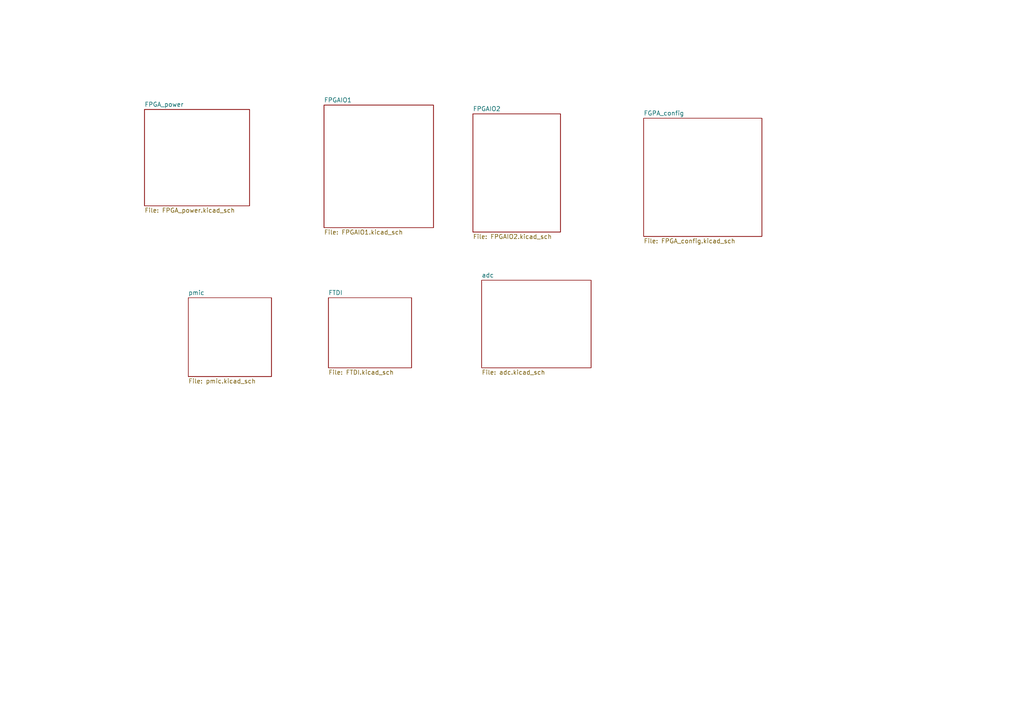
<source format=kicad_sch>
(kicad_sch
	(version 20250114)
	(generator "eeschema")
	(generator_version "9.0")
	(uuid "ebeac2ec-aaa1-4bbb-b6ee-1afa4b881c11")
	(paper "A4")
	(lib_symbols)
	(sheet
		(at 137.16 33.02)
		(size 25.4 34.29)
		(exclude_from_sim no)
		(in_bom yes)
		(on_board yes)
		(dnp no)
		(fields_autoplaced yes)
		(stroke
			(width 0.1524)
			(type solid)
		)
		(fill
			(color 0 0 0 0.0000)
		)
		(uuid "25e20b51-3c99-4101-a6be-5d5adfd66953")
		(property "Sheetname" "FPGAIO2"
			(at 137.16 32.3084 0)
			(effects
				(font
					(size 1.27 1.27)
				)
				(justify left bottom)
			)
		)
		(property "Sheetfile" "FPGAIO2.kicad_sch"
			(at 137.16 67.8946 0)
			(effects
				(font
					(size 1.27 1.27)
				)
				(justify left top)
			)
		)
		(instances
			(project "risetRadar"
				(path "/de705012-f0fb-4b23-929c-98742aa6def5/9ebb199d-5c8b-41dd-b601-8f5ebc1c419e"
					(page "5")
				)
			)
		)
	)
	(sheet
		(at 54.61 86.36)
		(size 24.13 22.86)
		(exclude_from_sim no)
		(in_bom yes)
		(on_board yes)
		(dnp no)
		(fields_autoplaced yes)
		(stroke
			(width 0.1524)
			(type solid)
		)
		(fill
			(color 0 0 0 0.0000)
		)
		(uuid "4ea0d964-38f4-43c0-ba12-2e253eadf8ce")
		(property "Sheetname" "pmic"
			(at 54.61 85.6484 0)
			(effects
				(font
					(size 1.27 1.27)
				)
				(justify left bottom)
			)
		)
		(property "Sheetfile" "pmic.kicad_sch"
			(at 54.61 109.8046 0)
			(effects
				(font
					(size 1.27 1.27)
				)
				(justify left top)
			)
		)
		(instances
			(project "risetRadar"
				(path "/de705012-f0fb-4b23-929c-98742aa6def5/9ebb199d-5c8b-41dd-b601-8f5ebc1c419e"
					(page "7")
				)
			)
		)
	)
	(sheet
		(at 186.69 34.29)
		(size 34.29 34.29)
		(exclude_from_sim no)
		(in_bom yes)
		(on_board yes)
		(dnp no)
		(fields_autoplaced yes)
		(stroke
			(width 0.1524)
			(type solid)
		)
		(fill
			(color 0 0 0 0.0000)
		)
		(uuid "8d1bc322-56c2-4f46-8b3c-73d9b1dca5fb")
		(property "Sheetname" "FGPA_config"
			(at 186.69 33.5784 0)
			(effects
				(font
					(size 1.27 1.27)
				)
				(justify left bottom)
			)
		)
		(property "Sheetfile" "FPGA_config.kicad_sch"
			(at 186.69 69.1646 0)
			(effects
				(font
					(size 1.27 1.27)
				)
				(justify left top)
			)
		)
		(instances
			(project "risetRadar"
				(path "/de705012-f0fb-4b23-929c-98742aa6def5/9ebb199d-5c8b-41dd-b601-8f5ebc1c419e"
					(page "6")
				)
			)
		)
	)
	(sheet
		(at 93.98 30.48)
		(size 31.75 35.56)
		(exclude_from_sim no)
		(in_bom yes)
		(on_board yes)
		(dnp no)
		(fields_autoplaced yes)
		(stroke
			(width 0.1524)
			(type solid)
		)
		(fill
			(color 0 0 0 0.0000)
		)
		(uuid "abfc923a-6dbd-4359-8bdc-eb053d668470")
		(property "Sheetname" "FPGAIO1"
			(at 93.98 29.7684 0)
			(effects
				(font
					(size 1.27 1.27)
				)
				(justify left bottom)
			)
		)
		(property "Sheetfile" "FPGAIO1.kicad_sch"
			(at 93.98 66.6246 0)
			(effects
				(font
					(size 1.27 1.27)
				)
				(justify left top)
			)
		)
		(instances
			(project "risetRadar"
				(path "/de705012-f0fb-4b23-929c-98742aa6def5/9ebb199d-5c8b-41dd-b601-8f5ebc1c419e"
					(page "4")
				)
			)
		)
	)
	(sheet
		(at 95.25 86.36)
		(size 24.13 20.32)
		(exclude_from_sim no)
		(in_bom yes)
		(on_board yes)
		(dnp no)
		(fields_autoplaced yes)
		(stroke
			(width 0.1524)
			(type solid)
		)
		(fill
			(color 0 0 0 0.0000)
		)
		(uuid "b14eeeae-5e2b-4d23-8a2a-0dc0aa933406")
		(property "Sheetname" "FTDI"
			(at 95.25 85.6484 0)
			(effects
				(font
					(size 1.27 1.27)
				)
				(justify left bottom)
			)
		)
		(property "Sheetfile" "FTDI.kicad_sch"
			(at 95.25 107.2646 0)
			(effects
				(font
					(size 1.27 1.27)
				)
				(justify left top)
			)
		)
		(instances
			(project "risetRadar"
				(path "/de705012-f0fb-4b23-929c-98742aa6def5/9ebb199d-5c8b-41dd-b601-8f5ebc1c419e"
					(page "8")
				)
			)
		)
	)
	(sheet
		(at 41.91 31.75)
		(size 30.48 27.94)
		(exclude_from_sim no)
		(in_bom yes)
		(on_board yes)
		(dnp no)
		(fields_autoplaced yes)
		(stroke
			(width 0.1524)
			(type solid)
		)
		(fill
			(color 0 0 0 0.0000)
		)
		(uuid "cbdfcb93-2ed9-4a0a-823d-9c9494a65e68")
		(property "Sheetname" "FPGA_power"
			(at 41.91 31.0384 0)
			(effects
				(font
					(size 1.27 1.27)
				)
				(justify left bottom)
			)
		)
		(property "Sheetfile" "FPGA_power.kicad_sch"
			(at 41.91 60.2746 0)
			(effects
				(font
					(size 1.27 1.27)
				)
				(justify left top)
			)
		)
		(instances
			(project "risetRadar"
				(path "/de705012-f0fb-4b23-929c-98742aa6def5/9ebb199d-5c8b-41dd-b601-8f5ebc1c419e"
					(page "3")
				)
			)
		)
	)
	(sheet
		(at 139.7 81.28)
		(size 31.75 25.4)
		(exclude_from_sim no)
		(in_bom yes)
		(on_board yes)
		(dnp no)
		(fields_autoplaced yes)
		(stroke
			(width 0.1524)
			(type solid)
		)
		(fill
			(color 0 0 0 0.0000)
		)
		(uuid "f5c302d6-1a10-4db5-9ca8-a3ab640f222b")
		(property "Sheetname" "adc"
			(at 139.7 80.5684 0)
			(effects
				(font
					(size 1.27 1.27)
				)
				(justify left bottom)
			)
		)
		(property "Sheetfile" "adc.kicad_sch"
			(at 139.7 107.2646 0)
			(effects
				(font
					(size 1.27 1.27)
				)
				(justify left top)
			)
		)
		(instances
			(project "risetRadar"
				(path "/de705012-f0fb-4b23-929c-98742aa6def5/9ebb199d-5c8b-41dd-b601-8f5ebc1c419e"
					(page "9")
				)
			)
		)
	)
)

</source>
